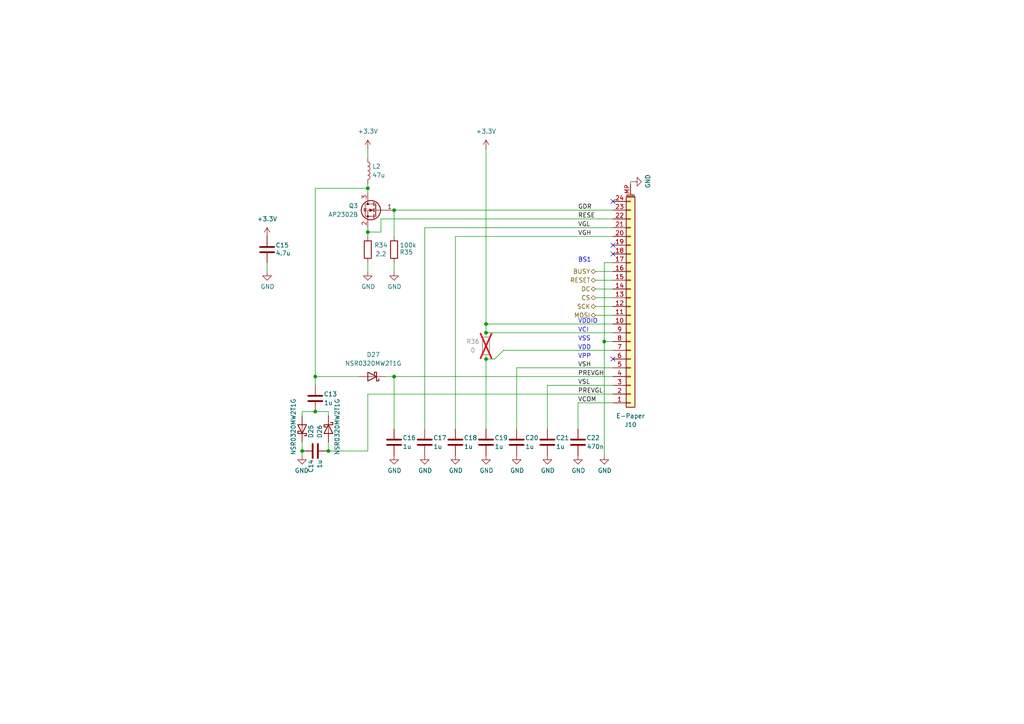
<source format=kicad_sch>
(kicad_sch (version 20250114) (generator "eeschema") (generator_version "9.0")
  (paper "A4")
  (title_block (title "TSJA badge") (date "2024-12-06") (rev "1.0") (company "Nicolai Electronics") (comment 1 "License: CERN Open Hardware Licence Version 2 - Permissive"))
  (lib_symbols
    (symbol "power:+3.3V" (power) (pin_numbers (hide yes)) (pin_names (offset 0) (hide yes))
      (property "Value" "+3.3V" (at 0 3.556 0))
      (symbol "+3.3V_0_1"
        (polyline (pts (xy -0.762 1.27) (xy 0 2.54)))
        (polyline (pts (xy 0 2.54) (xy 0.762 1.27)))
        (polyline (pts (xy 0 0) (xy 0 2.54)))
      )
      (symbol "+3.3V_1_1"
        (pin power_in line (at 0 0 90) (length 0) (name "~") (number "1"))
      )
    )
    (symbol "symbols2:GND" (power) (pin_names (offset 0))
      (property "Value" "GND" (at 0 -3.81 0))
      (symbol "GND_0_1"
        (polyline (pts (xy 0 0) (xy 0 -1.27) (xy 1.27 -1.27) (xy 0 -2.54) (xy -1.27 -1.27) (xy 0 -1.27)))
      )
      (symbol "GND_1_1"
        (pin power_in line (at 0 0 270) (length 0) (hide yes) (name "GND") (number "1"))
      )
    )
    (symbol "symbols:C" (pin_numbers (hide yes)) (pin_names (offset 0.254))
      (property "Reference" "C" (at 0.635 2.54 0))
      (property "Value" "C" (at 0.635 -2.54 0))
      (symbol "C_0_1"
        (polyline (pts (xy -2.032 0.762) (xy 2.032 0.762)) (stroke (width 0.508)))
        (polyline (pts (xy -2.032 -0.762) (xy 2.032 -0.762)) (stroke (width 0.508)))
      )
      (symbol "C_1_1"
        (pin passive line (at 0 3.81 270) (length 2.794) (name "~") (number "1"))
        (pin passive line (at 0 -3.81 90) (length 2.794) (name "~") (number "2"))
      )
    )
    (symbol "symbols:Conn_01x24_MountingPin" (pin_names (offset 1.016) (hide yes))
      (property "Reference" "J" (at 0 30.48 0))
      (property "Value" "Conn_01x24_MountingPin" (at 1.27 -33.02 0))
      (symbol "Conn_01x24_MountingPin_1_1"
        (rectangle (start -1.27 29.21) (end 1.27 -31.75) (stroke (width 0.254)) (fill (type background)))
        (rectangle (start -1.27 28.067) (end 0 27.813) (stroke (width 0.1524)))
        (rectangle (start -1.27 25.527) (end 0 25.273) (stroke (width 0.1524)))
        (rectangle (start -1.27 22.987) (end 0 22.733) (stroke (width 0.1524)))
        (rectangle (start -1.27 20.447) (end 0 20.193) (stroke (width 0.1524)))
        (rectangle (start -1.27 17.907) (end 0 17.653) (stroke (width 0.1524)))
        (rectangle (start -1.27 15.367) (end 0 15.113) (stroke (width 0.1524)))
        (rectangle (start -1.27 12.827) (end 0 12.573) (stroke (width 0.1524)))
        (rectangle (start -1.27 10.287) (end 0 10.033) (stroke (width 0.1524)))
        (rectangle (start -1.27 7.747) (end 0 7.493) (stroke (width 0.1524)))
        (rectangle (start -1.27 5.207) (end 0 4.953) (stroke (width 0.1524)))
        (rectangle (start -1.27 2.667) (end 0 2.413) (stroke (width 0.1524)))
        (rectangle (start -1.27 0.127) (end 0 -0.127) (stroke (width 0.1524)))
        (rectangle (start -1.27 -2.413) (end 0 -2.667) (stroke (width 0.1524)))
        (rectangle (start -1.27 -4.953) (end 0 -5.207) (stroke (width 0.1524)))
        (rectangle (start -1.27 -7.493) (end 0 -7.747) (stroke (width 0.1524)))
        (rectangle (start -1.27 -10.033) (end 0 -10.287) (stroke (width 0.1524)))
        (rectangle (start -1.27 -12.573) (end 0 -12.827) (stroke (width 0.1524)))
        (rectangle (start -1.27 -15.113) (end 0 -15.367) (stroke (width 0.1524)))
        (rectangle (start -1.27 -17.653) (end 0 -17.907) (stroke (width 0.1524)))
        (rectangle (start -1.27 -20.193) (end 0 -20.447) (stroke (width 0.1524)))
        (rectangle (start -1.27 -22.733) (end 0 -22.987) (stroke (width 0.1524)))
        (rectangle (start -1.27 -25.273) (end 0 -25.527) (stroke (width 0.1524)))
        (rectangle (start -1.27 -27.813) (end 0 -28.067) (stroke (width 0.1524)))
        (rectangle (start -1.27 -30.353) (end 0 -30.607) (stroke (width 0.1524)))
        (polyline (pts (xy -1.016 -32.512) (xy 1.016 -32.512)) (stroke (width 0.1524)))
        (text "Mounting" (at 0 -32.131 0) (effects (font (size 0.381 0.381))))
        (pin passive line (at -5.08 27.94 0) (length 3.81) (name "Pin_1") (number "1"))
        (pin passive line (at -5.08 25.4 0) (length 3.81) (name "Pin_2") (number "2"))
        (pin passive line (at -5.08 22.86 0) (length 3.81) (name "Pin_3") (number "3"))
        (pin passive line (at -5.08 20.32 0) (length 3.81) (name "Pin_4") (number "4"))
        (pin passive line (at -5.08 17.78 0) (length 3.81) (name "Pin_5") (number "5"))
        (pin passive line (at -5.08 15.24 0) (length 3.81) (name "Pin_6") (number "6"))
        (pin passive line (at -5.08 12.7 0) (length 3.81) (name "Pin_7") (number "7"))
        (pin passive line (at -5.08 10.16 0) (length 3.81) (name "Pin_8") (number "8"))
        (pin passive line (at -5.08 7.62 0) (length 3.81) (name "Pin_9") (number "9"))
        (pin passive line (at -5.08 5.08 0) (length 3.81) (name "Pin_10") (number "10"))
        (pin passive line (at -5.08 2.54 0) (length 3.81) (name "Pin_11") (number "11"))
        (pin passive line (at -5.08 0 0) (length 3.81) (name "Pin_12") (number "12"))
        (pin passive line (at -5.08 -2.54 0) (length 3.81) (name "Pin_13") (number "13"))
        (pin passive line (at -5.08 -5.08 0) (length 3.81) (name "Pin_14") (number "14"))
        (pin passive line (at -5.08 -7.62 0) (length 3.81) (name "Pin_15") (number "15"))
        (pin passive line (at -5.08 -10.16 0) (length 3.81) (name "Pin_16") (number "16"))
        (pin passive line (at -5.08 -12.7 0) (length 3.81) (name "Pin_17") (number "17"))
        (pin passive line (at -5.08 -15.24 0) (length 3.81) (name "Pin_18") (number "18"))
        (pin passive line (at -5.08 -17.78 0) (length 3.81) (name "Pin_19") (number "19"))
        (pin passive line (at -5.08 -20.32 0) (length 3.81) (name "Pin_20") (number "20"))
        (pin passive line (at -5.08 -22.86 0) (length 3.81) (name "Pin_21") (number "21"))
        (pin passive line (at -5.08 -25.4 0) (length 3.81) (name "Pin_22") (number "22"))
        (pin passive line (at -5.08 -27.94 0) (length 3.81) (name "Pin_23") (number "23"))
        (pin passive line (at -5.08 -30.48 0) (length 3.81) (name "Pin_24") (number "24"))
        (pin passive line (at 0 -35.56 90) (length 3.048) (name "MountPin") (number "MP"))
      )
    )
    (symbol "symbols:D_Schottky" (pin_numbers (hide yes)) (pin_names (offset 1.016) (hide yes))
      (property "Reference" "D" (at 0 2.54 0))
      (property "Value" "D_Schottky" (at 0 -2.54 0))
      (symbol "D_Schottky_0_1"
        (polyline (pts (xy -1.905 0.635) (xy -1.905 1.27) (xy -1.27 1.27) (xy -1.27 -1.27) (xy -0.635 -1.27) (xy -0.635 -0.635)) (stroke (width 0.254)))
        (polyline (pts (xy 1.27 1.27) (xy 1.27 -1.27) (xy -1.27 0) (xy 1.27 1.27)) (stroke (width 0.254)))
        (polyline (pts (xy 1.27 0) (xy -1.27 0)))
      )
      (symbol "D_Schottky_1_1"
        (pin passive line (at -3.81 0 0) (length 2.54) (name "K") (number "1"))
        (pin passive line (at 3.81 0 180) (length 2.54) (name "A") (number "2"))
      )
    )
    (symbol "symbols:L" (pin_numbers (hide yes)) (pin_names (offset 1.016) (hide yes))
      (property "Reference" "L" (at -1.27 0 90))
      (property "Value" "L" (at 1.905 0 90))
      (symbol "L_0_1"
        (arc (start 0 2.54) (mid 0.6323 1.905) (end 0 1.27))
        (arc (start 0 1.27) (mid 0.6323 0.635) (end 0 0))
        (arc (start 0 0) (mid 0.6323 -0.635) (end 0 -1.27))
        (arc (start 0 -1.27) (mid 0.6323 -1.905) (end 0 -2.54))
      )
      (symbol "L_1_1"
        (pin passive line (at 0 3.81 270) (length 1.27) (name "1") (number "1"))
        (pin passive line (at 0 -3.81 90) (length 1.27) (name "2") (number "2"))
      )
    )
    (symbol "symbols:Q_NMOS_GSD" (pin_names (offset 0) (hide yes))
      (property "Reference" "Q" (at 5.08 1.27 0))
      (property "Value" "Q_NMOS_GSD" (at 5.08 -1.27 0))
      (symbol "Q_NMOS_GSD_0_1"
        (polyline (pts (xy 0.254 1.905) (xy 0.254 -1.905)) (stroke (width 0.254)))
        (polyline (pts (xy 0.254 0) (xy -2.54 0)))
        (polyline (pts (xy 0.762 2.286) (xy 0.762 1.27)) (stroke (width 0.254)))
        (polyline (pts (xy 0.762 0.508) (xy 0.762 -0.508)) (stroke (width 0.254)))
        (polyline (pts (xy 0.762 -1.27) (xy 0.762 -2.286)) (stroke (width 0.254)))
        (polyline (pts (xy 0.762 -1.778) (xy 3.302 -1.778) (xy 3.302 1.778) (xy 0.762 1.778)))
        (polyline (pts (xy 1.016 0) (xy 2.032 0.381) (xy 2.032 -0.381) (xy 1.016 0)) (fill (type outline)))
        (circle (center 1.651 0) (radius 2.794) (stroke (width 0.254)))
        (polyline (pts (xy 2.54 2.54) (xy 2.54 1.778)))
        (circle (center 2.54 1.778) (radius 0.254) (fill (type outline)))
        (circle (center 2.54 -1.778) (radius 0.254) (fill (type outline)))
        (polyline (pts (xy 2.54 -2.54) (xy 2.54 0) (xy 0.762 0)))
        (polyline (pts (xy 2.794 0.508) (xy 2.921 0.381) (xy 3.683 0.381) (xy 3.81 0.254)))
        (polyline (pts (xy 3.302 0.381) (xy 2.921 -0.254) (xy 3.683 -0.254) (xy 3.302 0.381)))
      )
      (symbol "Q_NMOS_GSD_1_1"
        (pin input line (at -5.08 0 0) (length 2.54) (name "G") (number "1"))
        (pin passive line (at 2.54 5.08 270) (length 2.54) (name "D") (number "3"))
        (pin passive line (at 2.54 -5.08 90) (length 2.54) (name "S") (number "2"))
      )
    )
    (symbol "symbols:R" (pin_numbers (hide yes)) (pin_names (offset 0))
      (property "Reference" "R" (at 2.032 0 90))
      (property "Value" "R" (at 0 0 90))
      (symbol "R_0_1"
        (rectangle (start -1.016 -2.54) (end 1.016 2.54) (stroke (width 0.254)))
      )
      (symbol "R_1_1"
        (pin passive line (at 0 3.81 270) (length 1.27) (name "~") (number "1"))
        (pin passive line (at 0 -3.81 90) (length 1.27) (name "~") (number "2"))
      )
    )
  )
  (text "VDD" (at 167.64 101.6 0) (effects (font (size 1.27 1.27)) (justify left bottom)))
  (text "VSS" (at 167.64 99.06 0) (effects (font (size 1.27 1.27)) (justify left bottom)))
  (text "BS1" (at 167.64 76.2 0) (effects (font (size 1.27 1.27)) (justify left bottom)))
  (text "VDDIO" (at 167.64 93.98 0) (effects (font (size 1.27 1.27)) (justify left bottom)))
  (text "VCI" (at 167.64 96.52 0) (effects (font (size 1.27 1.27)) (justify left bottom)))
  (text "VPP" (at 167.64 104.14 0) (effects (font (size 1.27 1.27)) (justify left bottom)))
  (junction (at 140.97 96.52))
  (junction (at 91.44 119.38))
  (junction (at 114.3 60.96))
  (junction (at 114.3 109.22))
  (junction (at 91.44 109.22))
  (junction (at 87.63 130.81))
  (junction (at 95.25 130.81))
  (junction (at 140.97 104.14))
  (junction (at 140.97 93.98))
  (junction (at 175.26 99.06))
  (junction (at 106.68 54.61))
  (junction (at 106.68 67.31))
  (no_connect (at 177.8 58.42))
  (no_connect (at 177.8 71.12))
  (no_connect (at 177.8 104.14))
  (no_connect (at 177.8 73.66))
  (wire (pts (xy 106.68 43.18) (xy 106.68 45.72)))
  (wire (pts (xy 149.86 106.68) (xy 149.86 124.46)))
  (wire (pts (xy 172.72 88.9) (xy 177.8 88.9)))
  (wire (pts (xy 172.72 83.82) (xy 177.8 83.82)))
  (wire (pts (xy 149.86 106.68) (xy 177.8 106.68)))
  (wire (pts (xy 123.19 66.04) (xy 123.19 124.46)))
  (wire (pts (xy 106.68 53.34) (xy 106.68 54.61)))
  (wire (pts (xy 114.3 109.22) (xy 177.8 109.22)))
  (wire (pts (xy 106.68 67.31) (xy 106.68 68.58)))
  (wire (pts (xy 140.97 104.14) (xy 140.97 124.46)))
  (wire (pts (xy 106.68 66.04) (xy 106.68 67.31)))
  (wire (pts (xy 146.05 101.6) (xy 177.8 101.6)))
  (wire (pts (xy 140.97 43.18) (xy 140.97 93.98)))
  (wire (pts (xy 158.75 111.76) (xy 177.8 111.76)))
  (wire (pts (xy 132.08 68.58) (xy 132.08 124.46)))
  (wire (pts (xy 87.63 128.27) (xy 87.63 130.81)))
  (wire (pts (xy 106.68 54.61) (xy 106.68 55.88)))
  (wire (pts (xy 172.72 86.36) (xy 177.8 86.36)))
  (wire (pts (xy 172.72 78.74) (xy 177.8 78.74)))
  (wire (pts (xy 143.51 104.14) (xy 146.05 101.6)))
  (wire (pts (xy 87.63 119.38) (xy 87.63 120.65)))
  (wire (pts (xy 123.19 66.04) (xy 177.8 66.04)))
  (wire (pts (xy 106.68 76.2) (xy 106.68 78.74)))
  (wire (pts (xy 87.63 119.38) (xy 91.44 119.38)))
  (wire (pts (xy 91.44 54.61) (xy 91.44 109.22)))
  (wire (pts (xy 91.44 109.22) (xy 104.14 109.22)))
  (wire (pts (xy 175.26 76.2) (xy 175.26 99.06)))
  (wire (pts (xy 114.3 60.96) (xy 177.8 60.96)))
  (wire (pts (xy 111.76 109.22) (xy 114.3 109.22)))
  (wire (pts (xy 140.97 96.52) (xy 177.8 96.52)))
  (wire (pts (xy 110.49 63.5) (xy 110.49 67.31)))
  (wire (pts (xy 114.3 109.22) (xy 114.3 124.46)))
  (wire (pts (xy 182.88 52.705) (xy 182.88 53.34)))
  (wire (pts (xy 95.25 119.38) (xy 95.25 120.65)))
  (wire (pts (xy 167.64 116.84) (xy 177.8 116.84)))
  (wire (pts (xy 175.26 99.06) (xy 175.26 132.08)))
  (wire (pts (xy 172.72 81.28) (xy 177.8 81.28)))
  (wire (pts (xy 172.72 91.44) (xy 177.8 91.44)))
  (wire (pts (xy 114.3 76.2) (xy 114.3 78.74)))
  (wire (pts (xy 95.25 130.81) (xy 106.68 130.81)))
  (wire (pts (xy 95.25 128.27) (xy 95.25 130.81)))
  (wire (pts (xy 110.49 63.5) (xy 177.8 63.5)))
  (wire (pts (xy 91.44 119.38) (xy 95.25 119.38)))
  (wire (pts (xy 106.68 114.3) (xy 106.68 130.81)))
  (wire (pts (xy 106.68 114.3) (xy 177.8 114.3)))
  (wire (pts (xy 167.64 116.84) (xy 167.64 124.46)))
  (wire (pts (xy 114.3 60.96) (xy 114.3 68.58)))
  (wire (pts (xy 158.75 111.76) (xy 158.75 124.46)))
  (wire (pts (xy 87.63 130.81) (xy 87.63 132.08)))
  (wire (pts (xy 140.97 104.14) (xy 143.51 104.14)))
  (wire (pts (xy 175.26 99.06) (xy 177.8 99.06)))
  (wire (pts (xy 140.97 93.98) (xy 177.8 93.98)))
  (wire (pts (xy 77.47 76.2) (xy 77.47 78.74)))
  (wire (pts (xy 132.08 68.58) (xy 177.8 68.58)))
  (wire (pts (xy 91.44 54.61) (xy 106.68 54.61)))
  (wire (pts (xy 182.88 52.705) (xy 183.515 52.705)))
  (wire (pts (xy 140.97 93.98) (xy 140.97 96.52)))
  (wire (pts (xy 106.68 67.31) (xy 110.49 67.31)))
  (wire (pts (xy 91.44 109.22) (xy 91.44 111.76)))
  (wire (pts (xy 175.26 76.2) (xy 177.8 76.2)))
  (label "GDR" (at 167.64 60.96 0))
  (label "PREVGL" (at 167.64 114.3 0))
  (label "VSL" (at 167.64 111.76 0))
  (label "VCOM" (at 167.64 116.84 0))
  (label "VGL" (at 167.64 66.04 0))
  (label "VSH" (at 167.64 106.68 0))
  (label "PREVGH" (at 167.64 109.22 0))
  (label "RESE" (at 167.64 63.5 0))
  (label "VGH" (at 167.64 68.58 0))
  (hierarchical_label "RESET" (shape bidirectional) (at 172.72 81.28 180))
  (hierarchical_label "CS" (shape bidirectional) (at 172.72 86.36 180))
  (hierarchical_label "BUSY" (shape bidirectional) (at 172.72 78.74 180))
  (hierarchical_label "DC" (shape bidirectional) (at 172.72 83.82 180))
  (hierarchical_label "SCK" (shape bidirectional) (at 172.72 88.9 180))
  (hierarchical_label "MOSI" (shape bidirectional) (at 172.72 91.44 180))
  (symbol (lib_id "symbols2:GND") (at 158.75 132.08 0) (unit 1)
    (property "Reference" "#PWR089" (effects (hide yes)))
    (property "Value" "GND" (at 158.877 136.4742 0))
    (property "Description" "Power symbol creates a global label with name \"GND\" , ground" (effects (hide yes)))
  )
  (symbol (lib_id "symbols:Conn_01x24_MountingPin") (at 182.88 88.9 0) (mirror x) (unit 1)
    (property "Reference" "J10" (at 182.88 123.19 0))
    (property "Value" "E-Paper" (at 182.88 120.65 0))
    (property "Footprint" "library:Hirose_FH12-24S-0.5SH_1x24-1MP_P0.50mm_Horizontal" (effects (hide yes)))
    (property "Datasheet" "https://datasheet.lcsc.com/lcsc/2304140030_HRS-Hirose-FH12-24S-0-5SH-55_C202112.pdf" (effects (hide yes)))
    (property "LCSC" "C202112" (effects (hide yes)))
  )
  (symbol (lib_id "symbols:L") (at 106.68 49.53 0) (unit 1)
    (property "Reference" "L2" (at 107.95 48.26 0) (effects (justify left)))
    (property "Value" "47u" (at 107.95 50.8 0) (effects (justify left)))
    (property "Footprint" "library:L_1210_3225Metric" (effects (hide yes)))
    (property "Datasheet" "https://datasheet.lcsc.com/lcsc/2304140030_TDK-NLCV32T-470K-PF_C83083.pdf" (effects (hide yes)))
    (property "LCSC" "C83083" (effects (hide yes)))
  )
  (symbol (lib_id "symbols:C") (at 114.3 128.27 180) (unit 1)
    (property "Reference" "C16" (at 120.65 127 0) (effects (justify left)))
    (property "Value" "1u" (at 119.38 129.54 0) (effects (justify left)))
    (property "Footprint" "Capacitor_SMD:C_0603_1608Metric" (effects (hide yes)))
    (property "Datasheet" "https://datasheet.lcsc.com/lcsc/2304140030_Samsung-Electro-Mechanics-CL05A105KQ5NNNC_C107372.pdf" (effects (hide yes)))
    (property "LCSC" "C5199872" (effects (hide yes)))
  )
  (symbol (lib_id "symbols:D_Schottky") (at 107.95 109.22 180) (unit 1)
    (property "Reference" "D27" (at 108.2675 102.87 0))
    (property "Value" "NSR0320MW2T1G" (at 108.2675 105.41 0))
    (property "Footprint" "library:D_SOD-323" (effects (hide yes)))
    (property "Datasheet" "https://datasheet.lcsc.com/lcsc/1806150330_onsemi-NSR0320MW2T1G_C48192.pdf" (effects (hide yes)))
    (property "LCSC" "C48192" (effects (hide yes)))
  )
  (symbol (lib_id "symbols2:GND") (at 106.68 78.74 0) (unit 1)
    (property "Reference" "#PWR081" (effects (hide yes)))
    (property "Value" "GND" (at 106.807 83.1342 0))
    (property "Description" "Power symbol creates a global label with name \"GND\" , ground" (effects (hide yes)))
  )
  (symbol (lib_id "symbols:C") (at 158.75 128.27 180) (unit 1)
    (property "Reference" "C21" (at 165.1 127 0) (effects (justify left)))
    (property "Value" "1u" (at 163.83 129.54 0) (effects (justify left)))
    (property "Footprint" "Capacitor_SMD:C_0603_1608Metric" (effects (hide yes)))
    (property "Datasheet" "https://datasheet.lcsc.com/lcsc/2304140030_Samsung-Electro-Mechanics-CL05A105KQ5NNNC_C107372.pdf" (effects (hide yes)))
    (property "LCSC" "C5199872" (effects (hide yes)))
  )
  (symbol (lib_id "symbols2:GND") (at 123.19 132.08 0) (unit 1)
    (property "Reference" "#PWR084" (effects (hide yes)))
    (property "Value" "GND" (at 123.317 136.4742 0))
    (property "Description" "Power symbol creates a global label with name \"GND\" , ground" (effects (hide yes)))
  )
  (symbol (lib_id "symbols:R") (at 114.3 72.39 0) (mirror x) (unit 1)
    (property "Reference" "R35" (at 117.856 73.152 0))
    (property "Value" "100k" (at 118.364 71.12 0))
    (property "Footprint" "Resistor_SMD:R_0402_1005Metric" (effects (hide yes)))
    (property "Datasheet" "https://www.lcsc.com/product-detail/Chip-Resistor-Surface-Mount_UNI-ROYAL-Uniroyal-Elec-0402WGF1003TCE_C25741.html" (effects (hide yes)))
    (property "LCSC" "C25741" (effects (hide yes)))
  )
  (symbol (lib_id "symbols:C") (at 132.08 128.27 180) (unit 1)
    (property "Reference" "C18" (at 138.43 127 0) (effects (justify left)))
    (property "Value" "1u" (at 137.16 129.54 0) (effects (justify left)))
    (property "Footprint" "Capacitor_SMD:C_0603_1608Metric" (effects (hide yes)))
    (property "Datasheet" "https://datasheet.lcsc.com/lcsc/2304140030_Samsung-Electro-Mechanics-CL05A105KQ5NNNC_C107372.pdf" (effects (hide yes)))
    (property "LCSC" "C5199872" (effects (hide yes)))
  )
  (symbol (lib_id "symbols:C") (at 91.44 130.81 270) (mirror x) (unit 1)
    (property "Reference" "C14" (at 90.17 137.16 0) (effects (justify left)))
    (property "Value" "1u" (at 92.71 135.89 0) (effects (justify left)))
    (property "Footprint" "Capacitor_SMD:C_0603_1608Metric" (effects (hide yes)))
    (property "Datasheet" "https://datasheet.lcsc.com/lcsc/2304140030_Samsung-Electro-Mechanics-CL05A105KQ5NNNC_C107372.pdf" (effects (hide yes)))
    (property "LCSC" "C5199872" (effects (hide yes)))
  )
  (symbol (lib_id "symbols2:GND") (at 114.3 132.08 0) (unit 1)
    (property "Reference" "#PWR083" (effects (hide yes)))
    (property "Value" "GND" (at 114.427 136.4742 0))
    (property "Description" "Power symbol creates a global label with name \"GND\" , ground" (effects (hide yes)))
  )
  (symbol (lib_id "symbols2:GND") (at 149.86 132.08 0) (unit 1)
    (property "Reference" "#PWR088" (effects (hide yes)))
    (property "Value" "GND" (at 149.987 136.4742 0))
    (property "Description" "Power symbol creates a global label with name \"GND\" , ground" (effects (hide yes)))
  )
  (symbol (lib_id "symbols:D_Schottky") (at 87.63 124.46 270) (mirror x) (unit 1)
    (property "Reference" "D25" (at 90.17 123.19 0) (effects (justify right)))
    (property "Value" "NSR0320MW2T1G" (at 85.09 115.57 0) (effects (justify right)))
    (property "Footprint" "library:D_SOD-323" (effects (hide yes)))
    (property "Datasheet" "https://datasheet.lcsc.com/lcsc/1806150330_onsemi-NSR0320MW2T1G_C48192.pdf" (effects (hide yes)))
    (property "LCSC" "C48192" (effects (hide yes)))
  )
  (symbol (lib_id "symbols:Q_NMOS_GSD") (at 109.22 60.96 0) (mirror y) (unit 1)
    (property "Reference" "Q3" (at 103.886 59.6899 0) (effects (justify left)))
    (property "Value" "AP2302B" (at 103.886 62.2299 0) (effects (justify left)))
    (property "Footprint" "library:SOT-23" (effects (hide yes)))
    (property "Datasheet" "https://datasheet.lcsc.com/lcsc/1912111437_ALLPOWER-ShenZhen-Quan-Li-Semiconductor-AP2302B_C406812.pdf" (effects (hide yes)))
    (property "LCSC" "C406812" (effects (hide yes)))
  )
  (symbol (lib_id "symbols:C") (at 149.86 128.27 180) (unit 1)
    (property "Reference" "C20" (at 156.21 127 0) (effects (justify left)))
    (property "Value" "1u" (at 154.94 129.54 0) (effects (justify left)))
    (property "Footprint" "Capacitor_SMD:C_0603_1608Metric" (effects (hide yes)))
    (property "Datasheet" "https://datasheet.lcsc.com/lcsc/2304140030_Samsung-Electro-Mechanics-CL05A105KQ5NNNC_C107372.pdf" (effects (hide yes)))
    (property "LCSC" "C5199872" (effects (hide yes)))
  )
  (symbol (lib_id "symbols:D_Schottky") (at 95.25 124.46 270) (unit 1)
    (property "Reference" "D26" (at 92.71 123.19 0) (effects (justify left)))
    (property "Value" "NSR0320MW2T1G" (at 97.79 115.57 0) (effects (justify left)))
    (property "Footprint" "library:D_SOD-323" (effects (hide yes)))
    (property "Datasheet" "https://datasheet.lcsc.com/lcsc/1806150330_onsemi-NSR0320MW2T1G_C48192.pdf" (effects (hide yes)))
    (property "LCSC" "C48192" (effects (hide yes)))
  )
  (symbol (lib_id "symbols:C") (at 91.44 115.57 180) (unit 1)
    (property "Reference" "C13" (at 97.79 114.3 0) (effects (justify left)))
    (property "Value" "1u" (at 96.52 116.84 0) (effects (justify left)))
    (property "Footprint" "Capacitor_SMD:C_0603_1608Metric" (effects (hide yes)))
    (property "Datasheet" "https://datasheet.lcsc.com/lcsc/2304140030_Samsung-Electro-Mechanics-CL05A105KQ5NNNC_C107372.pdf" (effects (hide yes)))
    (property "LCSC" "C5199872" (effects (hide yes)))
  )
  (symbol (lib_id "symbols:C") (at 77.47 72.39 180) (unit 1)
    (property "Reference" "C15" (at 83.82 71.12 0) (effects (justify left)))
    (property "Value" "4.7u" (at 84.328 73.406 0) (effects (justify left)))
    (property "Footprint" "Capacitor_SMD:C_0603_1608Metric" (effects (hide yes)))
    (property "Datasheet" "https://datasheet.lcsc.com/lcsc/1810261513_Samsung-Electro-Mechanics-CL10A475KA8NQNC_C69335.pdf" (effects (hide yes)))
    (property "LCSC" "C69335" (effects (hide yes)))
  )
  (symbol (lib_id "symbols2:GND") (at 77.47 78.74 0) (unit 1)
    (property "Reference" "#PWR079" (effects (hide yes)))
    (property "Value" "GND" (at 77.597 83.1342 0))
    (property "Description" "Power symbol creates a global label with name \"GND\" , ground" (effects (hide yes)))
  )
  (symbol (lib_id "symbols2:GND") (at 183.515 52.705 90) (unit 1)
    (property "Reference" "#PWR092" (effects (hide yes)))
    (property "Value" "GND" (at 187.9092 52.578 0))
    (property "Description" "Power symbol creates a global label with name \"GND\" , ground" (effects (hide yes)))
  )
  (symbol (lib_id "symbols:R") (at 106.68 72.39 180) (unit 1)
    (property "Reference" "R34" (at 110.49 71.12 0))
    (property "Value" "2.2" (at 110.49 73.66 0))
    (property "Footprint" "Resistor_SMD:R_0805_2012Metric" (effects (hide yes)))
    (property "Datasheet" "https://datasheet.lcsc.com/lcsc/2308241947_FOJAN-FRC0805J270-TS_C2907314.pdf" (effects (hide yes)))
    (property "LCSC" "C2907304" (effects (hide yes)))
  )
  (symbol (lib_id "symbols2:GND") (at 132.08 132.08 0) (unit 1)
    (property "Reference" "#PWR085" (effects (hide yes)))
    (property "Value" "GND" (at 132.207 136.4742 0))
    (property "Description" "Power symbol creates a global label with name \"GND\" , ground" (effects (hide yes)))
  )
  (symbol (lib_id "symbols:C") (at 123.19 128.27 180) (unit 1)
    (property "Reference" "C17" (at 129.54 127 0) (effects (justify left)))
    (property "Value" "1u" (at 128.27 129.54 0) (effects (justify left)))
    (property "Footprint" "Capacitor_SMD:C_0603_1608Metric" (effects (hide yes)))
    (property "Datasheet" "https://datasheet.lcsc.com/lcsc/2304140030_Samsung-Electro-Mechanics-CL05A105KQ5NNNC_C107372.pdf" (effects (hide yes)))
    (property "LCSC" "C5199872" (effects (hide yes)))
  )
  (symbol (lib_id "power:+3.3V") (at 77.47 68.58 0) (unit 1)
    (property "Reference" "#PWR078" (effects (hide yes)))
    (property "Value" "+3.3V" (at 77.47 63.5 0))
    (property "Description" "Power symbol creates a global label with name \"+3.3V\"" (effects (hide yes)))
  )
  (symbol (lib_id "symbols:R") (at 140.97 100.33 0) (unit 1) (in_bom no) (dnp yes)
    (property "Reference" "R36" (at 137.16 99.06 0))
    (property "Value" "0" (at 137.16 101.6 0))
    (property "Footprint" "Resistor_SMD:R_0402_1005Metric" (effects (hide yes)))
  )
  (symbol (lib_id "symbols2:GND") (at 167.64 132.08 0) (unit 1)
    (property "Reference" "#PWR090" (effects (hide yes)))
    (property "Value" "GND" (at 167.767 136.4742 0))
    (property "Description" "Power symbol creates a global label with name \"GND\" , ground" (effects (hide yes)))
  )
  (symbol (lib_id "symbols2:GND") (at 140.97 132.08 0) (unit 1)
    (property "Reference" "#PWR087" (effects (hide yes)))
    (property "Value" "GND" (at 141.097 136.4742 0))
    (property "Description" "Power symbol creates a global label with name \"GND\" , ground" (effects (hide yes)))
  )
  (symbol (lib_id "symbols2:GND") (at 87.63 132.08 0) (mirror y) (unit 1)
    (property "Reference" "#PWR077" (effects (hide yes)))
    (property "Value" "GND" (at 87.503 136.4742 0))
    (property "Description" "Power symbol creates a global label with name \"GND\" , ground" (effects (hide yes)))
  )
  (symbol (lib_id "symbols:C") (at 167.64 128.27 180) (unit 1)
    (property "Reference" "C22" (at 173.99 127 0) (effects (justify left)))
    (property "Value" "470n" (at 170.18 129.54 0) (effects (justify right)))
    (property "Footprint" "Capacitor_SMD:C_0603_1608Metric" (effects (hide yes)))
    (property "Datasheet" "https://www.lcsc.com/product-detail/Multilayer-Ceramic-Capacitors-MLCC-SMD-SMT_Samsung-Electro-Mechanics-CL10B474KA8NNNC_C1623.html" (effects (hide yes)))
    (property "LCSC" "C1623" (effects (hide yes)))
  )
  (symbol (lib_id "power:+3.3V") (at 106.68 43.18 0) (unit 1)
    (property "Reference" "#PWR055" (effects (hide yes)))
    (property "Value" "+3.3V" (at 106.68 38.1 0))
    (property "Description" "Power symbol creates a global label with name \"+3.3V\"" (effects (hide yes)))
  )
  (symbol (lib_id "power:+3.3V") (at 140.97 43.18 0) (unit 1)
    (property "Reference" "#PWR058" (effects (hide yes)))
    (property "Value" "+3.3V" (at 140.97 38.1 0))
    (property "Description" "Power symbol creates a global label with name \"+3.3V\"" (effects (hide yes)))
  )
  (symbol (lib_id "symbols2:GND") (at 175.26 132.08 0) (unit 1)
    (property "Reference" "#PWR091" (effects (hide yes)))
    (property "Value" "GND" (at 175.387 136.4742 0))
    (property "Description" "Power symbol creates a global label with name \"GND\" , ground" (effects (hide yes)))
  )
  (symbol (lib_id "symbols:C") (at 140.97 128.27 180) (unit 1)
    (property "Reference" "C19" (at 147.32 127 0) (effects (justify left)))
    (property "Value" "1u" (at 146.05 129.54 0) (effects (justify left)))
    (property "Footprint" "Capacitor_SMD:C_0603_1608Metric" (effects (hide yes)))
    (property "Datasheet" "https://datasheet.lcsc.com/lcsc/2304140030_Samsung-Electro-Mechanics-CL05A105KQ5NNNC_C107372.pdf" (effects (hide yes)))
    (property "LCSC" "C5199872" (effects (hide yes)))
  )
  (symbol (lib_id "symbols2:GND") (at 114.3 78.74 0) (unit 1)
    (property "Reference" "#PWR082" (effects (hide yes)))
    (property "Value" "GND" (at 114.427 83.1342 0))
    (property "Description" "Power symbol creates a global label with name \"GND\" , ground" (effects (hide yes)))
  )
)
</source>
